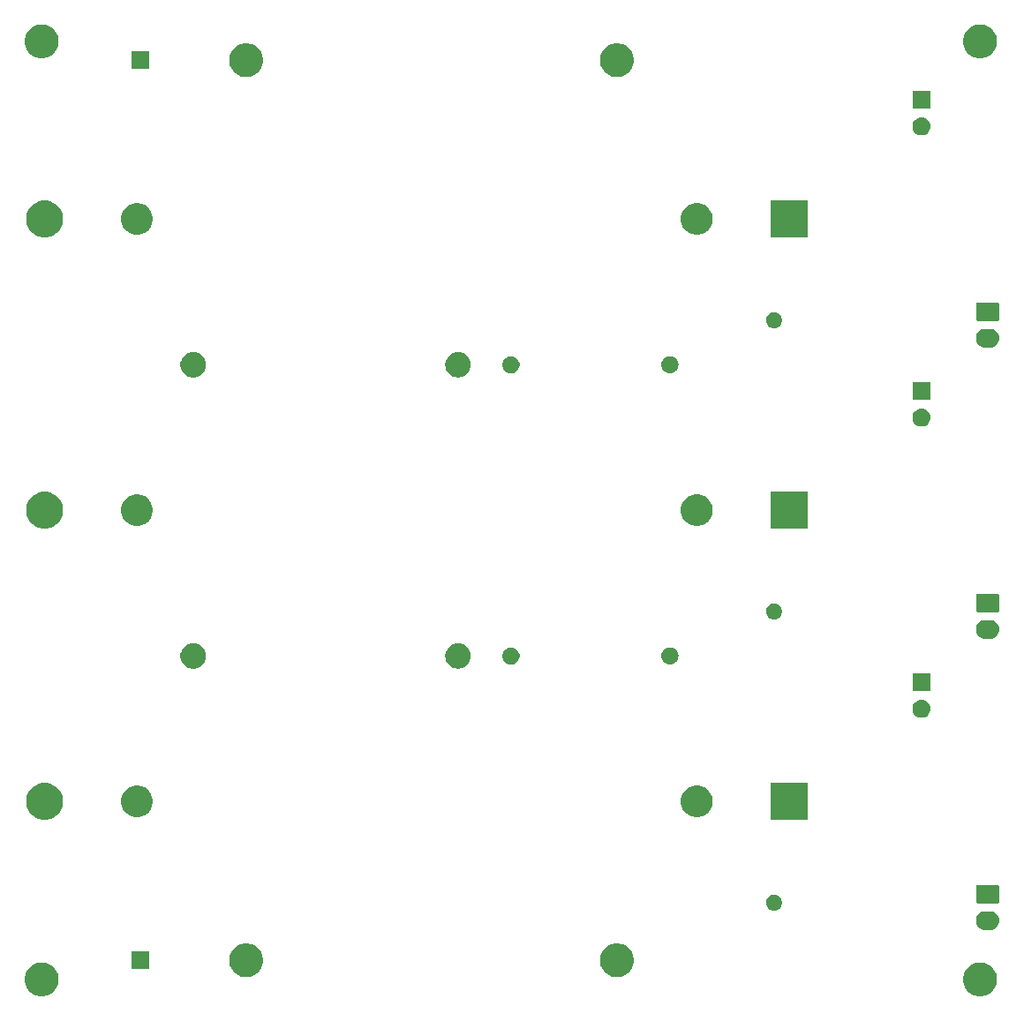
<source format=gbr>
G04 #@! TF.GenerationSoftware,KiCad,Pcbnew,5.1.4*
G04 #@! TF.CreationDate,2019-09-28T02:59:40+02:00*
G04 #@! TF.ProjectId,stratosensor-power,73747261-746f-4736-956e-736f722d706f,rev?*
G04 #@! TF.SameCoordinates,Original*
G04 #@! TF.FileFunction,Soldermask,Bot*
G04 #@! TF.FilePolarity,Negative*
%FSLAX46Y46*%
G04 Gerber Fmt 4.6, Leading zero omitted, Abs format (unit mm)*
G04 Created by KiCad (PCBNEW 5.1.4) date 2019-09-28 02:59:40*
%MOMM*%
%LPD*%
G04 APERTURE LIST*
%ADD10C,0.100000*%
G04 APERTURE END LIST*
D10*
G36*
X195472536Y-143442256D02*
G01*
X195472538Y-143442257D01*
X195472539Y-143442257D01*
X195581444Y-143487367D01*
X195767358Y-143564375D01*
X196032689Y-143741664D01*
X196258336Y-143967311D01*
X196435625Y-144232642D01*
X196557744Y-144527464D01*
X196620000Y-144840444D01*
X196620000Y-145159556D01*
X196557744Y-145472536D01*
X196435625Y-145767358D01*
X196258336Y-146032689D01*
X196032689Y-146258336D01*
X195767358Y-146435625D01*
X195581444Y-146512633D01*
X195472539Y-146557743D01*
X195472538Y-146557743D01*
X195472536Y-146557744D01*
X195159556Y-146620000D01*
X194840444Y-146620000D01*
X194527464Y-146557744D01*
X194527462Y-146557743D01*
X194527461Y-146557743D01*
X194418556Y-146512633D01*
X194232642Y-146435625D01*
X193967311Y-146258336D01*
X193741664Y-146032689D01*
X193564375Y-145767358D01*
X193442256Y-145472536D01*
X193380000Y-145159556D01*
X193380000Y-144840444D01*
X193442256Y-144527464D01*
X193564375Y-144232642D01*
X193741664Y-143967311D01*
X193967311Y-143741664D01*
X194232642Y-143564375D01*
X194418556Y-143487367D01*
X194527461Y-143442257D01*
X194527462Y-143442257D01*
X194527464Y-143442256D01*
X194840444Y-143380000D01*
X195159556Y-143380000D01*
X195472536Y-143442256D01*
X195472536Y-143442256D01*
G37*
G36*
X105472536Y-143442256D02*
G01*
X105472538Y-143442257D01*
X105472539Y-143442257D01*
X105581444Y-143487367D01*
X105767358Y-143564375D01*
X106032689Y-143741664D01*
X106258336Y-143967311D01*
X106435625Y-144232642D01*
X106557744Y-144527464D01*
X106620000Y-144840444D01*
X106620000Y-145159556D01*
X106557744Y-145472536D01*
X106435625Y-145767358D01*
X106258336Y-146032689D01*
X106032689Y-146258336D01*
X105767358Y-146435625D01*
X105581444Y-146512633D01*
X105472539Y-146557743D01*
X105472538Y-146557743D01*
X105472536Y-146557744D01*
X105159556Y-146620000D01*
X104840444Y-146620000D01*
X104527464Y-146557744D01*
X104527462Y-146557743D01*
X104527461Y-146557743D01*
X104418556Y-146512633D01*
X104232642Y-146435625D01*
X103967311Y-146258336D01*
X103741664Y-146032689D01*
X103564375Y-145767358D01*
X103442256Y-145472536D01*
X103380000Y-145159556D01*
X103380000Y-144840444D01*
X103442256Y-144527464D01*
X103564375Y-144232642D01*
X103741664Y-143967311D01*
X103967311Y-143741664D01*
X104232642Y-143564375D01*
X104418556Y-143487367D01*
X104527461Y-143442257D01*
X104527462Y-143442257D01*
X104527464Y-143442256D01*
X104840444Y-143380000D01*
X105159556Y-143380000D01*
X105472536Y-143442256D01*
X105472536Y-143442256D01*
G37*
G36*
X160632536Y-141622256D02*
G01*
X160632538Y-141622257D01*
X160632539Y-141622257D01*
X160741444Y-141667367D01*
X160927358Y-141744375D01*
X161192689Y-141921664D01*
X161418336Y-142147311D01*
X161595625Y-142412642D01*
X161717744Y-142707464D01*
X161780000Y-143020444D01*
X161780000Y-143339556D01*
X161717744Y-143652536D01*
X161595625Y-143947358D01*
X161418336Y-144212689D01*
X161192689Y-144438336D01*
X160927358Y-144615625D01*
X160741444Y-144692633D01*
X160632539Y-144737743D01*
X160632538Y-144737743D01*
X160632536Y-144737744D01*
X160319556Y-144800000D01*
X160000444Y-144800000D01*
X159687464Y-144737744D01*
X159687462Y-144737743D01*
X159687461Y-144737743D01*
X159578556Y-144692633D01*
X159392642Y-144615625D01*
X159127311Y-144438336D01*
X158901664Y-144212689D01*
X158724375Y-143947358D01*
X158602256Y-143652536D01*
X158540000Y-143339556D01*
X158540000Y-143020444D01*
X158602256Y-142707464D01*
X158724375Y-142412642D01*
X158901664Y-142147311D01*
X159127311Y-141921664D01*
X159392642Y-141744375D01*
X159578556Y-141667367D01*
X159687461Y-141622257D01*
X159687462Y-141622257D01*
X159687464Y-141622256D01*
X160000444Y-141560000D01*
X160319556Y-141560000D01*
X160632536Y-141622256D01*
X160632536Y-141622256D01*
G37*
G36*
X125072536Y-141622256D02*
G01*
X125072538Y-141622257D01*
X125072539Y-141622257D01*
X125181444Y-141667367D01*
X125367358Y-141744375D01*
X125632689Y-141921664D01*
X125858336Y-142147311D01*
X126035625Y-142412642D01*
X126157744Y-142707464D01*
X126220000Y-143020444D01*
X126220000Y-143339556D01*
X126157744Y-143652536D01*
X126035625Y-143947358D01*
X125858336Y-144212689D01*
X125632689Y-144438336D01*
X125367358Y-144615625D01*
X125181444Y-144692633D01*
X125072539Y-144737743D01*
X125072538Y-144737743D01*
X125072536Y-144737744D01*
X124759556Y-144800000D01*
X124440444Y-144800000D01*
X124127464Y-144737744D01*
X124127462Y-144737743D01*
X124127461Y-144737743D01*
X124018556Y-144692633D01*
X123832642Y-144615625D01*
X123567311Y-144438336D01*
X123341664Y-144212689D01*
X123164375Y-143947358D01*
X123042256Y-143652536D01*
X122980000Y-143339556D01*
X122980000Y-143020444D01*
X123042256Y-142707464D01*
X123164375Y-142412642D01*
X123341664Y-142147311D01*
X123567311Y-141921664D01*
X123832642Y-141744375D01*
X124018556Y-141667367D01*
X124127461Y-141622257D01*
X124127462Y-141622257D01*
X124127464Y-141622256D01*
X124440444Y-141560000D01*
X124759556Y-141560000D01*
X125072536Y-141622256D01*
X125072536Y-141622256D01*
G37*
G36*
X115310000Y-144050000D02*
G01*
X113570000Y-144050000D01*
X113570000Y-142310000D01*
X115310000Y-142310000D01*
X115310000Y-144050000D01*
X115310000Y-144050000D01*
G37*
G36*
X196124469Y-138492877D02*
G01*
X196292237Y-138543769D01*
X196446849Y-138626411D01*
X196582370Y-138737630D01*
X196693589Y-138873151D01*
X196776231Y-139027763D01*
X196827123Y-139195531D01*
X196844307Y-139370000D01*
X196827123Y-139544469D01*
X196776231Y-139712237D01*
X196693589Y-139866849D01*
X196582370Y-140002370D01*
X196446849Y-140113589D01*
X196292237Y-140196231D01*
X196124469Y-140247123D01*
X195993725Y-140260000D01*
X195446275Y-140260000D01*
X195315531Y-140247123D01*
X195147763Y-140196231D01*
X194993151Y-140113589D01*
X194857630Y-140002370D01*
X194746411Y-139866849D01*
X194663769Y-139712237D01*
X194612877Y-139544469D01*
X194595693Y-139370000D01*
X194612877Y-139195531D01*
X194663769Y-139027763D01*
X194746411Y-138873151D01*
X194857630Y-138737630D01*
X194993151Y-138626411D01*
X195147763Y-138543769D01*
X195315531Y-138492877D01*
X195446275Y-138480000D01*
X195993725Y-138480000D01*
X196124469Y-138492877D01*
X196124469Y-138492877D01*
G37*
G36*
X175444601Y-136899590D02*
G01*
X175444604Y-136899591D01*
X175444603Y-136899591D01*
X175584731Y-136957634D01*
X175710847Y-137041902D01*
X175818098Y-137149153D01*
X175902366Y-137275269D01*
X175947260Y-137383654D01*
X175960410Y-137415399D01*
X175990000Y-137564162D01*
X175990000Y-137715838D01*
X175960410Y-137864601D01*
X175960409Y-137864603D01*
X175902366Y-138004731D01*
X175818098Y-138130847D01*
X175710847Y-138238098D01*
X175584731Y-138322366D01*
X175476346Y-138367260D01*
X175444601Y-138380410D01*
X175295838Y-138410000D01*
X175144162Y-138410000D01*
X174995399Y-138380410D01*
X174963654Y-138367260D01*
X174855269Y-138322366D01*
X174729153Y-138238098D01*
X174621902Y-138130847D01*
X174537634Y-138004731D01*
X174479591Y-137864603D01*
X174479590Y-137864601D01*
X174450000Y-137715838D01*
X174450000Y-137564162D01*
X174479590Y-137415399D01*
X174492740Y-137383654D01*
X174537634Y-137275269D01*
X174621902Y-137149153D01*
X174729153Y-137041902D01*
X174855269Y-136957634D01*
X174995397Y-136899591D01*
X174995396Y-136899591D01*
X174995399Y-136899590D01*
X175144162Y-136870000D01*
X175295838Y-136870000D01*
X175444601Y-136899590D01*
X175444601Y-136899590D01*
G37*
G36*
X196691415Y-135944020D02*
G01*
X196725933Y-135954491D01*
X196757740Y-135971492D01*
X196785624Y-135994376D01*
X196808508Y-136022260D01*
X196825509Y-136054067D01*
X196835980Y-136088585D01*
X196840000Y-136129400D01*
X196840000Y-137530600D01*
X196835980Y-137571415D01*
X196825509Y-137605933D01*
X196808508Y-137637740D01*
X196785624Y-137665624D01*
X196757740Y-137688508D01*
X196725933Y-137705509D01*
X196691415Y-137715980D01*
X196650600Y-137720000D01*
X194789400Y-137720000D01*
X194748585Y-137715980D01*
X194714067Y-137705509D01*
X194682260Y-137688508D01*
X194654376Y-137665624D01*
X194631492Y-137637740D01*
X194614491Y-137605933D01*
X194604020Y-137571415D01*
X194600000Y-137530600D01*
X194600000Y-136129400D01*
X194604020Y-136088585D01*
X194614491Y-136054067D01*
X194631492Y-136022260D01*
X194654376Y-135994376D01*
X194682260Y-135971492D01*
X194714067Y-135954491D01*
X194748585Y-135944020D01*
X194789400Y-135940000D01*
X196650600Y-135940000D01*
X196691415Y-135944020D01*
X196691415Y-135944020D01*
G37*
G36*
X105786290Y-126238020D02*
G01*
X105786292Y-126238021D01*
X105786293Y-126238021D01*
X106108409Y-126371446D01*
X106398310Y-126565152D01*
X106644848Y-126811690D01*
X106838554Y-127101591D01*
X106971979Y-127423707D01*
X106971980Y-127423710D01*
X107040000Y-127765670D01*
X107040000Y-128114330D01*
X106986485Y-128383370D01*
X106971979Y-128456293D01*
X106838554Y-128778409D01*
X106644848Y-129068310D01*
X106398310Y-129314848D01*
X106108409Y-129508554D01*
X105786293Y-129641979D01*
X105786292Y-129641979D01*
X105786290Y-129641980D01*
X105444330Y-129710000D01*
X105095670Y-129710000D01*
X104753710Y-129641980D01*
X104753708Y-129641979D01*
X104753707Y-129641979D01*
X104431591Y-129508554D01*
X104141690Y-129314848D01*
X103895152Y-129068310D01*
X103701446Y-128778409D01*
X103568021Y-128456293D01*
X103553516Y-128383370D01*
X103500000Y-128114330D01*
X103500000Y-127765670D01*
X103568020Y-127423710D01*
X103568021Y-127423707D01*
X103701446Y-127101591D01*
X103895152Y-126811690D01*
X104141690Y-126565152D01*
X104431591Y-126371446D01*
X104753707Y-126238021D01*
X104753708Y-126238021D01*
X104753710Y-126238020D01*
X105095670Y-126170000D01*
X105444330Y-126170000D01*
X105786290Y-126238020D01*
X105786290Y-126238020D01*
G37*
G36*
X178440000Y-129710000D02*
G01*
X174900000Y-129710000D01*
X174900000Y-126170000D01*
X178440000Y-126170000D01*
X178440000Y-129710000D01*
X178440000Y-129710000D01*
G37*
G36*
X114563368Y-126478412D02*
G01*
X114839990Y-126592993D01*
X115088944Y-126759339D01*
X115300661Y-126971056D01*
X115467007Y-127220010D01*
X115581588Y-127496632D01*
X115640000Y-127790293D01*
X115640000Y-128089707D01*
X115581588Y-128383368D01*
X115467007Y-128659990D01*
X115300661Y-128908944D01*
X115088944Y-129120661D01*
X114839990Y-129287007D01*
X114563368Y-129401588D01*
X114269707Y-129460000D01*
X113970293Y-129460000D01*
X113676632Y-129401588D01*
X113400010Y-129287007D01*
X113151056Y-129120661D01*
X112939339Y-128908944D01*
X112772993Y-128659990D01*
X112658412Y-128383368D01*
X112600000Y-128089707D01*
X112600000Y-127790293D01*
X112658412Y-127496632D01*
X112772993Y-127220010D01*
X112939339Y-126971056D01*
X113151056Y-126759339D01*
X113400010Y-126592993D01*
X113676632Y-126478412D01*
X113970293Y-126420000D01*
X114269707Y-126420000D01*
X114563368Y-126478412D01*
X114563368Y-126478412D01*
G37*
G36*
X168263368Y-126478412D02*
G01*
X168539990Y-126592993D01*
X168788944Y-126759339D01*
X169000661Y-126971056D01*
X169167007Y-127220010D01*
X169281588Y-127496632D01*
X169340000Y-127790293D01*
X169340000Y-128089707D01*
X169281588Y-128383368D01*
X169167007Y-128659990D01*
X169000661Y-128908944D01*
X168788944Y-129120661D01*
X168539990Y-129287007D01*
X168263368Y-129401588D01*
X167969707Y-129460000D01*
X167670293Y-129460000D01*
X167376632Y-129401588D01*
X167100010Y-129287007D01*
X166851056Y-129120661D01*
X166639339Y-128908944D01*
X166472993Y-128659990D01*
X166358412Y-128383368D01*
X166300000Y-128089707D01*
X166300000Y-127790293D01*
X166358412Y-127496632D01*
X166472993Y-127220010D01*
X166639339Y-126971056D01*
X166851056Y-126759339D01*
X167100010Y-126592993D01*
X167376632Y-126478412D01*
X167670293Y-126420000D01*
X167969707Y-126420000D01*
X168263368Y-126478412D01*
X168263368Y-126478412D01*
G37*
G36*
X189540548Y-118192587D02*
G01*
X189704546Y-118242336D01*
X189855683Y-118323120D01*
X189988159Y-118431841D01*
X190096880Y-118564317D01*
X190177664Y-118715454D01*
X190227413Y-118879452D01*
X190244210Y-119050000D01*
X190227413Y-119220548D01*
X190177664Y-119384546D01*
X190096880Y-119535683D01*
X189988159Y-119668159D01*
X189855683Y-119776880D01*
X189704546Y-119857664D01*
X189540548Y-119907413D01*
X189412743Y-119920000D01*
X189327257Y-119920000D01*
X189199452Y-119907413D01*
X189035454Y-119857664D01*
X188884317Y-119776880D01*
X188751841Y-119668159D01*
X188643120Y-119535683D01*
X188562336Y-119384546D01*
X188512587Y-119220548D01*
X188495790Y-119050000D01*
X188512587Y-118879452D01*
X188562336Y-118715454D01*
X188643120Y-118564317D01*
X188751841Y-118431841D01*
X188884317Y-118323120D01*
X189035454Y-118242336D01*
X189199452Y-118192587D01*
X189327257Y-118180000D01*
X189412743Y-118180000D01*
X189540548Y-118192587D01*
X189540548Y-118192587D01*
G37*
G36*
X190240000Y-117380000D02*
G01*
X188500000Y-117380000D01*
X188500000Y-115640000D01*
X190240000Y-115640000D01*
X190240000Y-117380000D01*
X190240000Y-117380000D01*
G37*
G36*
X145159162Y-112767652D02*
G01*
X145389133Y-112837413D01*
X145485364Y-112888850D01*
X145601074Y-112950698D01*
X145786844Y-113103156D01*
X145939302Y-113288926D01*
X145962894Y-113333064D01*
X146052587Y-113500867D01*
X146122348Y-113730838D01*
X146145903Y-113970000D01*
X146122348Y-114209162D01*
X146052587Y-114439133D01*
X146052586Y-114439134D01*
X145939302Y-114651074D01*
X145786844Y-114836844D01*
X145601074Y-114989302D01*
X145495104Y-115045944D01*
X145389133Y-115102587D01*
X145159162Y-115172348D01*
X144979935Y-115190000D01*
X144860065Y-115190000D01*
X144680838Y-115172348D01*
X144450867Y-115102587D01*
X144344896Y-115045944D01*
X144238926Y-114989302D01*
X144053156Y-114836844D01*
X143900698Y-114651074D01*
X143787414Y-114439134D01*
X143787413Y-114439133D01*
X143717652Y-114209162D01*
X143694097Y-113970000D01*
X143717652Y-113730838D01*
X143787413Y-113500867D01*
X143877106Y-113333064D01*
X143900698Y-113288926D01*
X144053156Y-113103156D01*
X144238926Y-112950698D01*
X144354636Y-112888850D01*
X144450867Y-112837413D01*
X144680838Y-112767652D01*
X144860065Y-112750000D01*
X144979935Y-112750000D01*
X145159162Y-112767652D01*
X145159162Y-112767652D01*
G37*
G36*
X119875861Y-112796884D02*
G01*
X119875863Y-112796885D01*
X119875864Y-112796885D01*
X119957878Y-112830857D01*
X120097887Y-112888850D01*
X120297705Y-113022364D01*
X120467636Y-113192295D01*
X120601150Y-113392113D01*
X120646197Y-113500866D01*
X120679631Y-113581582D01*
X120693116Y-113614139D01*
X120740000Y-113849840D01*
X120740000Y-114090160D01*
X120716324Y-114209185D01*
X120693115Y-114325864D01*
X120659143Y-114407878D01*
X120601150Y-114547887D01*
X120467636Y-114747705D01*
X120297705Y-114917636D01*
X120097887Y-115051150D01*
X119973709Y-115102586D01*
X119875864Y-115143115D01*
X119875863Y-115143115D01*
X119875861Y-115143116D01*
X119640160Y-115190000D01*
X119399840Y-115190000D01*
X119164139Y-115143116D01*
X119164137Y-115143115D01*
X119164136Y-115143115D01*
X119066291Y-115102586D01*
X118942113Y-115051150D01*
X118742295Y-114917636D01*
X118572364Y-114747705D01*
X118438850Y-114547887D01*
X118380857Y-114407878D01*
X118346885Y-114325864D01*
X118323676Y-114209185D01*
X118300000Y-114090160D01*
X118300000Y-113849840D01*
X118346884Y-113614139D01*
X118360370Y-113581582D01*
X118393803Y-113500866D01*
X118438850Y-113392113D01*
X118572364Y-113192295D01*
X118742295Y-113022364D01*
X118942113Y-112888850D01*
X119082122Y-112830857D01*
X119164136Y-112796885D01*
X119164137Y-112796885D01*
X119164139Y-112796884D01*
X119399840Y-112750000D01*
X119640160Y-112750000D01*
X119875861Y-112796884D01*
X119875861Y-112796884D01*
G37*
G36*
X150140413Y-113161865D02*
G01*
X150239185Y-113181512D01*
X150388416Y-113243325D01*
X150522720Y-113333064D01*
X150636936Y-113447280D01*
X150726675Y-113581584D01*
X150788488Y-113730815D01*
X150788493Y-113730840D01*
X150820000Y-113889235D01*
X150820000Y-114050765D01*
X150804244Y-114129974D01*
X150788488Y-114209185D01*
X150726675Y-114358416D01*
X150636936Y-114492720D01*
X150522720Y-114606936D01*
X150388416Y-114696675D01*
X150239185Y-114758488D01*
X150159974Y-114774244D01*
X150080765Y-114790000D01*
X149919235Y-114790000D01*
X149840026Y-114774244D01*
X149760815Y-114758488D01*
X149611584Y-114696675D01*
X149477280Y-114606936D01*
X149363064Y-114492720D01*
X149273325Y-114358416D01*
X149211512Y-114209185D01*
X149195756Y-114129974D01*
X149180000Y-114050765D01*
X149180000Y-113889235D01*
X149211507Y-113730840D01*
X149211512Y-113730815D01*
X149273325Y-113581584D01*
X149363064Y-113447280D01*
X149477280Y-113333064D01*
X149611584Y-113243325D01*
X149760815Y-113181512D01*
X149859587Y-113161865D01*
X149919235Y-113150000D01*
X150080765Y-113150000D01*
X150140413Y-113161865D01*
X150140413Y-113161865D01*
G37*
G36*
X165370631Y-113158899D02*
G01*
X165400748Y-113161865D01*
X165501061Y-113192295D01*
X165555320Y-113208754D01*
X165619997Y-113243325D01*
X165697772Y-113284896D01*
X165822633Y-113387367D01*
X165925104Y-113512228D01*
X165962174Y-113581582D01*
X166001246Y-113654680D01*
X166001246Y-113654681D01*
X166048135Y-113809252D01*
X166048135Y-113809254D01*
X166063968Y-113970000D01*
X166050741Y-114104293D01*
X166048135Y-114130748D01*
X166024349Y-114209160D01*
X166001246Y-114285320D01*
X165963175Y-114356545D01*
X165925104Y-114427772D01*
X165822633Y-114552633D01*
X165697772Y-114655104D01*
X165626545Y-114693175D01*
X165555320Y-114731246D01*
X165503795Y-114746876D01*
X165400748Y-114778135D01*
X165370631Y-114781101D01*
X165280284Y-114790000D01*
X165199716Y-114790000D01*
X165109369Y-114781101D01*
X165079252Y-114778135D01*
X164976205Y-114746876D01*
X164924680Y-114731246D01*
X164782228Y-114655104D01*
X164657367Y-114552633D01*
X164554896Y-114427772D01*
X164478754Y-114285320D01*
X164455651Y-114209160D01*
X164431865Y-114130748D01*
X164429259Y-114104293D01*
X164416032Y-113970000D01*
X164431865Y-113809254D01*
X164431865Y-113809252D01*
X164478754Y-113654681D01*
X164478754Y-113654680D01*
X164517826Y-113581582D01*
X164554896Y-113512228D01*
X164657367Y-113387367D01*
X164782228Y-113284896D01*
X164860003Y-113243325D01*
X164924680Y-113208754D01*
X164978939Y-113192295D01*
X165079252Y-113161865D01*
X165109369Y-113158899D01*
X165199716Y-113150000D01*
X165280284Y-113150000D01*
X165370631Y-113158899D01*
X165370631Y-113158899D01*
G37*
G36*
X196124469Y-110552877D02*
G01*
X196292237Y-110603769D01*
X196446849Y-110686411D01*
X196582370Y-110797630D01*
X196693589Y-110933151D01*
X196776231Y-111087763D01*
X196827123Y-111255531D01*
X196844307Y-111430000D01*
X196827123Y-111604469D01*
X196776231Y-111772237D01*
X196693589Y-111926849D01*
X196582370Y-112062370D01*
X196446849Y-112173589D01*
X196292237Y-112256231D01*
X196124469Y-112307123D01*
X195993725Y-112320000D01*
X195446275Y-112320000D01*
X195315531Y-112307123D01*
X195147763Y-112256231D01*
X194993151Y-112173589D01*
X194857630Y-112062370D01*
X194746411Y-111926849D01*
X194663769Y-111772237D01*
X194612877Y-111604469D01*
X194595693Y-111430000D01*
X194612877Y-111255531D01*
X194663769Y-111087763D01*
X194746411Y-110933151D01*
X194857630Y-110797630D01*
X194993151Y-110686411D01*
X195147763Y-110603769D01*
X195315531Y-110552877D01*
X195446275Y-110540000D01*
X195993725Y-110540000D01*
X196124469Y-110552877D01*
X196124469Y-110552877D01*
G37*
G36*
X175444601Y-108959590D02*
G01*
X175444604Y-108959591D01*
X175444603Y-108959591D01*
X175584731Y-109017634D01*
X175710847Y-109101902D01*
X175818098Y-109209153D01*
X175902366Y-109335269D01*
X175947260Y-109443654D01*
X175960410Y-109475399D01*
X175990000Y-109624162D01*
X175990000Y-109775838D01*
X175960410Y-109924601D01*
X175960409Y-109924603D01*
X175902366Y-110064731D01*
X175818098Y-110190847D01*
X175710847Y-110298098D01*
X175584731Y-110382366D01*
X175476346Y-110427260D01*
X175444601Y-110440410D01*
X175295838Y-110470000D01*
X175144162Y-110470000D01*
X174995399Y-110440410D01*
X174963654Y-110427260D01*
X174855269Y-110382366D01*
X174729153Y-110298098D01*
X174621902Y-110190847D01*
X174537634Y-110064731D01*
X174479591Y-109924603D01*
X174479590Y-109924601D01*
X174450000Y-109775838D01*
X174450000Y-109624162D01*
X174479590Y-109475399D01*
X174492740Y-109443654D01*
X174537634Y-109335269D01*
X174621902Y-109209153D01*
X174729153Y-109101902D01*
X174855269Y-109017634D01*
X174995397Y-108959591D01*
X174995396Y-108959591D01*
X174995399Y-108959590D01*
X175144162Y-108930000D01*
X175295838Y-108930000D01*
X175444601Y-108959590D01*
X175444601Y-108959590D01*
G37*
G36*
X196691415Y-108004020D02*
G01*
X196725933Y-108014491D01*
X196757740Y-108031492D01*
X196785624Y-108054376D01*
X196808508Y-108082260D01*
X196825509Y-108114067D01*
X196835980Y-108148585D01*
X196840000Y-108189400D01*
X196840000Y-109590600D01*
X196835980Y-109631415D01*
X196825509Y-109665933D01*
X196808508Y-109697740D01*
X196785624Y-109725624D01*
X196757740Y-109748508D01*
X196725933Y-109765509D01*
X196691415Y-109775980D01*
X196650600Y-109780000D01*
X194789400Y-109780000D01*
X194748585Y-109775980D01*
X194714067Y-109765509D01*
X194682260Y-109748508D01*
X194654376Y-109725624D01*
X194631492Y-109697740D01*
X194614491Y-109665933D01*
X194604020Y-109631415D01*
X194600000Y-109590600D01*
X194600000Y-108189400D01*
X194604020Y-108148585D01*
X194614491Y-108114067D01*
X194631492Y-108082260D01*
X194654376Y-108054376D01*
X194682260Y-108031492D01*
X194714067Y-108014491D01*
X194748585Y-108004020D01*
X194789400Y-108000000D01*
X196650600Y-108000000D01*
X196691415Y-108004020D01*
X196691415Y-108004020D01*
G37*
G36*
X178440000Y-101770000D02*
G01*
X174900000Y-101770000D01*
X174900000Y-98230000D01*
X178440000Y-98230000D01*
X178440000Y-101770000D01*
X178440000Y-101770000D01*
G37*
G36*
X105786290Y-98298020D02*
G01*
X105786292Y-98298021D01*
X105786293Y-98298021D01*
X106108409Y-98431446D01*
X106398310Y-98625152D01*
X106644848Y-98871690D01*
X106838554Y-99161591D01*
X106971979Y-99483707D01*
X106971980Y-99483710D01*
X107040000Y-99825670D01*
X107040000Y-100174330D01*
X106986485Y-100443370D01*
X106971979Y-100516293D01*
X106838554Y-100838409D01*
X106644848Y-101128310D01*
X106398310Y-101374848D01*
X106108409Y-101568554D01*
X105786293Y-101701979D01*
X105786292Y-101701979D01*
X105786290Y-101701980D01*
X105444330Y-101770000D01*
X105095670Y-101770000D01*
X104753710Y-101701980D01*
X104753708Y-101701979D01*
X104753707Y-101701979D01*
X104431591Y-101568554D01*
X104141690Y-101374848D01*
X103895152Y-101128310D01*
X103701446Y-100838409D01*
X103568021Y-100516293D01*
X103553516Y-100443370D01*
X103500000Y-100174330D01*
X103500000Y-99825670D01*
X103568020Y-99483710D01*
X103568021Y-99483707D01*
X103701446Y-99161591D01*
X103895152Y-98871690D01*
X104141690Y-98625152D01*
X104431591Y-98431446D01*
X104753707Y-98298021D01*
X104753708Y-98298021D01*
X104753710Y-98298020D01*
X105095670Y-98230000D01*
X105444330Y-98230000D01*
X105786290Y-98298020D01*
X105786290Y-98298020D01*
G37*
G36*
X168263368Y-98538412D02*
G01*
X168539990Y-98652993D01*
X168788944Y-98819339D01*
X169000661Y-99031056D01*
X169167007Y-99280010D01*
X169281588Y-99556632D01*
X169340000Y-99850293D01*
X169340000Y-100149707D01*
X169281588Y-100443368D01*
X169167007Y-100719990D01*
X169000661Y-100968944D01*
X168788944Y-101180661D01*
X168539990Y-101347007D01*
X168263368Y-101461588D01*
X167969707Y-101520000D01*
X167670293Y-101520000D01*
X167376632Y-101461588D01*
X167100010Y-101347007D01*
X166851056Y-101180661D01*
X166639339Y-100968944D01*
X166472993Y-100719990D01*
X166358412Y-100443368D01*
X166300000Y-100149707D01*
X166300000Y-99850293D01*
X166358412Y-99556632D01*
X166472993Y-99280010D01*
X166639339Y-99031056D01*
X166851056Y-98819339D01*
X167100010Y-98652993D01*
X167376632Y-98538412D01*
X167670293Y-98480000D01*
X167969707Y-98480000D01*
X168263368Y-98538412D01*
X168263368Y-98538412D01*
G37*
G36*
X114563368Y-98538412D02*
G01*
X114839990Y-98652993D01*
X115088944Y-98819339D01*
X115300661Y-99031056D01*
X115467007Y-99280010D01*
X115581588Y-99556632D01*
X115640000Y-99850293D01*
X115640000Y-100149707D01*
X115581588Y-100443368D01*
X115467007Y-100719990D01*
X115300661Y-100968944D01*
X115088944Y-101180661D01*
X114839990Y-101347007D01*
X114563368Y-101461588D01*
X114269707Y-101520000D01*
X113970293Y-101520000D01*
X113676632Y-101461588D01*
X113400010Y-101347007D01*
X113151056Y-101180661D01*
X112939339Y-100968944D01*
X112772993Y-100719990D01*
X112658412Y-100443368D01*
X112600000Y-100149707D01*
X112600000Y-99850293D01*
X112658412Y-99556632D01*
X112772993Y-99280010D01*
X112939339Y-99031056D01*
X113151056Y-98819339D01*
X113400010Y-98652993D01*
X113676632Y-98538412D01*
X113970293Y-98480000D01*
X114269707Y-98480000D01*
X114563368Y-98538412D01*
X114563368Y-98538412D01*
G37*
G36*
X189540548Y-90252587D02*
G01*
X189704546Y-90302336D01*
X189855683Y-90383120D01*
X189988159Y-90491841D01*
X190096880Y-90624317D01*
X190177664Y-90775454D01*
X190227413Y-90939452D01*
X190244210Y-91110000D01*
X190227413Y-91280548D01*
X190177664Y-91444546D01*
X190096880Y-91595683D01*
X189988159Y-91728159D01*
X189855683Y-91836880D01*
X189704546Y-91917664D01*
X189540548Y-91967413D01*
X189412743Y-91980000D01*
X189327257Y-91980000D01*
X189199452Y-91967413D01*
X189035454Y-91917664D01*
X188884317Y-91836880D01*
X188751841Y-91728159D01*
X188643120Y-91595683D01*
X188562336Y-91444546D01*
X188512587Y-91280548D01*
X188495790Y-91110000D01*
X188512587Y-90939452D01*
X188562336Y-90775454D01*
X188643120Y-90624317D01*
X188751841Y-90491841D01*
X188884317Y-90383120D01*
X189035454Y-90302336D01*
X189199452Y-90252587D01*
X189327257Y-90240000D01*
X189412743Y-90240000D01*
X189540548Y-90252587D01*
X189540548Y-90252587D01*
G37*
G36*
X190240000Y-89440000D02*
G01*
X188500000Y-89440000D01*
X188500000Y-87700000D01*
X190240000Y-87700000D01*
X190240000Y-89440000D01*
X190240000Y-89440000D01*
G37*
G36*
X119875861Y-84856884D02*
G01*
X119875863Y-84856885D01*
X119875864Y-84856885D01*
X119957878Y-84890857D01*
X120097887Y-84948850D01*
X120297705Y-85082364D01*
X120467636Y-85252295D01*
X120601150Y-85452113D01*
X120646197Y-85560866D01*
X120679631Y-85641582D01*
X120693116Y-85674139D01*
X120740000Y-85909840D01*
X120740000Y-86150160D01*
X120716324Y-86269185D01*
X120693115Y-86385864D01*
X120659143Y-86467878D01*
X120601150Y-86607887D01*
X120467636Y-86807705D01*
X120297705Y-86977636D01*
X120097887Y-87111150D01*
X119973709Y-87162586D01*
X119875864Y-87203115D01*
X119875863Y-87203115D01*
X119875861Y-87203116D01*
X119640160Y-87250000D01*
X119399840Y-87250000D01*
X119164139Y-87203116D01*
X119164137Y-87203115D01*
X119164136Y-87203115D01*
X119066291Y-87162586D01*
X118942113Y-87111150D01*
X118742295Y-86977636D01*
X118572364Y-86807705D01*
X118438850Y-86607887D01*
X118380857Y-86467878D01*
X118346885Y-86385864D01*
X118323676Y-86269185D01*
X118300000Y-86150160D01*
X118300000Y-85909840D01*
X118346884Y-85674139D01*
X118360370Y-85641582D01*
X118393803Y-85560866D01*
X118438850Y-85452113D01*
X118572364Y-85252295D01*
X118742295Y-85082364D01*
X118942113Y-84948850D01*
X119082122Y-84890857D01*
X119164136Y-84856885D01*
X119164137Y-84856885D01*
X119164139Y-84856884D01*
X119399840Y-84810000D01*
X119640160Y-84810000D01*
X119875861Y-84856884D01*
X119875861Y-84856884D01*
G37*
G36*
X145159162Y-84827652D02*
G01*
X145389133Y-84897413D01*
X145485364Y-84948850D01*
X145601074Y-85010698D01*
X145786844Y-85163156D01*
X145939302Y-85348926D01*
X145962894Y-85393064D01*
X146052587Y-85560867D01*
X146122348Y-85790838D01*
X146145903Y-86030000D01*
X146122348Y-86269162D01*
X146052587Y-86499133D01*
X146052586Y-86499134D01*
X145939302Y-86711074D01*
X145786844Y-86896844D01*
X145601074Y-87049302D01*
X145495104Y-87105944D01*
X145389133Y-87162587D01*
X145159162Y-87232348D01*
X144979935Y-87250000D01*
X144860065Y-87250000D01*
X144680838Y-87232348D01*
X144450867Y-87162587D01*
X144344896Y-87105944D01*
X144238926Y-87049302D01*
X144053156Y-86896844D01*
X143900698Y-86711074D01*
X143787414Y-86499134D01*
X143787413Y-86499133D01*
X143717652Y-86269162D01*
X143694097Y-86030000D01*
X143717652Y-85790838D01*
X143787413Y-85560867D01*
X143877106Y-85393064D01*
X143900698Y-85348926D01*
X144053156Y-85163156D01*
X144238926Y-85010698D01*
X144354636Y-84948850D01*
X144450867Y-84897413D01*
X144680838Y-84827652D01*
X144860065Y-84810000D01*
X144979935Y-84810000D01*
X145159162Y-84827652D01*
X145159162Y-84827652D01*
G37*
G36*
X165370631Y-85218899D02*
G01*
X165400748Y-85221865D01*
X165501061Y-85252295D01*
X165555320Y-85268754D01*
X165619997Y-85303325D01*
X165697772Y-85344896D01*
X165822633Y-85447367D01*
X165925104Y-85572228D01*
X165962174Y-85641582D01*
X166001246Y-85714680D01*
X166001246Y-85714681D01*
X166048135Y-85869252D01*
X166048135Y-85869254D01*
X166063968Y-86030000D01*
X166050741Y-86164293D01*
X166048135Y-86190748D01*
X166024349Y-86269160D01*
X166001246Y-86345320D01*
X165963175Y-86416545D01*
X165925104Y-86487772D01*
X165822633Y-86612633D01*
X165697772Y-86715104D01*
X165555320Y-86791246D01*
X165503795Y-86806876D01*
X165400748Y-86838135D01*
X165370631Y-86841101D01*
X165280284Y-86850000D01*
X165199716Y-86850000D01*
X165109369Y-86841101D01*
X165079252Y-86838135D01*
X164976205Y-86806876D01*
X164924680Y-86791246D01*
X164782228Y-86715104D01*
X164657367Y-86612633D01*
X164554896Y-86487772D01*
X164516825Y-86416545D01*
X164478754Y-86345320D01*
X164455651Y-86269160D01*
X164431865Y-86190748D01*
X164429259Y-86164293D01*
X164416032Y-86030000D01*
X164431865Y-85869254D01*
X164431865Y-85869252D01*
X164478754Y-85714681D01*
X164478754Y-85714680D01*
X164517826Y-85641582D01*
X164554896Y-85572228D01*
X164657367Y-85447367D01*
X164782228Y-85344896D01*
X164860003Y-85303325D01*
X164924680Y-85268754D01*
X164978939Y-85252295D01*
X165079252Y-85221865D01*
X165109369Y-85218899D01*
X165199716Y-85210000D01*
X165280284Y-85210000D01*
X165370631Y-85218899D01*
X165370631Y-85218899D01*
G37*
G36*
X150140413Y-85221865D02*
G01*
X150239185Y-85241512D01*
X150388416Y-85303325D01*
X150522720Y-85393064D01*
X150636936Y-85507280D01*
X150726675Y-85641584D01*
X150788488Y-85790815D01*
X150788493Y-85790840D01*
X150820000Y-85949235D01*
X150820000Y-86110765D01*
X150804244Y-86189974D01*
X150788488Y-86269185D01*
X150726675Y-86418416D01*
X150636936Y-86552720D01*
X150522720Y-86666936D01*
X150388416Y-86756675D01*
X150239185Y-86818488D01*
X150159974Y-86834244D01*
X150080765Y-86850000D01*
X149919235Y-86850000D01*
X149840026Y-86834244D01*
X149760815Y-86818488D01*
X149611584Y-86756675D01*
X149477280Y-86666936D01*
X149363064Y-86552720D01*
X149273325Y-86418416D01*
X149211512Y-86269185D01*
X149195756Y-86189974D01*
X149180000Y-86110765D01*
X149180000Y-85949235D01*
X149211507Y-85790840D01*
X149211512Y-85790815D01*
X149273325Y-85641584D01*
X149363064Y-85507280D01*
X149477280Y-85393064D01*
X149611584Y-85303325D01*
X149760815Y-85241512D01*
X149859587Y-85221865D01*
X149919235Y-85210000D01*
X150080765Y-85210000D01*
X150140413Y-85221865D01*
X150140413Y-85221865D01*
G37*
G36*
X196124469Y-82612877D02*
G01*
X196292237Y-82663769D01*
X196446849Y-82746411D01*
X196582370Y-82857630D01*
X196693589Y-82993151D01*
X196776231Y-83147763D01*
X196827123Y-83315531D01*
X196844307Y-83490000D01*
X196827123Y-83664469D01*
X196776231Y-83832237D01*
X196693589Y-83986849D01*
X196582370Y-84122370D01*
X196446849Y-84233589D01*
X196292237Y-84316231D01*
X196124469Y-84367123D01*
X195993725Y-84380000D01*
X195446275Y-84380000D01*
X195315531Y-84367123D01*
X195147763Y-84316231D01*
X194993151Y-84233589D01*
X194857630Y-84122370D01*
X194746411Y-83986849D01*
X194663769Y-83832237D01*
X194612877Y-83664469D01*
X194595693Y-83490000D01*
X194612877Y-83315531D01*
X194663769Y-83147763D01*
X194746411Y-82993151D01*
X194857630Y-82857630D01*
X194993151Y-82746411D01*
X195147763Y-82663769D01*
X195315531Y-82612877D01*
X195446275Y-82600000D01*
X195993725Y-82600000D01*
X196124469Y-82612877D01*
X196124469Y-82612877D01*
G37*
G36*
X175444601Y-81019590D02*
G01*
X175444604Y-81019591D01*
X175444603Y-81019591D01*
X175584731Y-81077634D01*
X175710847Y-81161902D01*
X175818098Y-81269153D01*
X175902366Y-81395269D01*
X175947260Y-81503654D01*
X175960410Y-81535399D01*
X175990000Y-81684162D01*
X175990000Y-81835838D01*
X175960410Y-81984601D01*
X175960409Y-81984603D01*
X175902366Y-82124731D01*
X175818098Y-82250847D01*
X175710847Y-82358098D01*
X175584731Y-82442366D01*
X175476346Y-82487260D01*
X175444601Y-82500410D01*
X175295838Y-82530000D01*
X175144162Y-82530000D01*
X174995399Y-82500410D01*
X174963654Y-82487260D01*
X174855269Y-82442366D01*
X174729153Y-82358098D01*
X174621902Y-82250847D01*
X174537634Y-82124731D01*
X174479591Y-81984603D01*
X174479590Y-81984601D01*
X174450000Y-81835838D01*
X174450000Y-81684162D01*
X174479590Y-81535399D01*
X174492740Y-81503654D01*
X174537634Y-81395269D01*
X174621902Y-81269153D01*
X174729153Y-81161902D01*
X174855269Y-81077634D01*
X174995397Y-81019591D01*
X174995396Y-81019591D01*
X174995399Y-81019590D01*
X175144162Y-80990000D01*
X175295838Y-80990000D01*
X175444601Y-81019590D01*
X175444601Y-81019590D01*
G37*
G36*
X196691415Y-80064020D02*
G01*
X196725933Y-80074491D01*
X196757740Y-80091492D01*
X196785624Y-80114376D01*
X196808508Y-80142260D01*
X196825509Y-80174067D01*
X196835980Y-80208585D01*
X196840000Y-80249400D01*
X196840000Y-81650600D01*
X196835980Y-81691415D01*
X196825509Y-81725933D01*
X196808508Y-81757740D01*
X196785624Y-81785624D01*
X196757740Y-81808508D01*
X196725933Y-81825509D01*
X196691415Y-81835980D01*
X196650600Y-81840000D01*
X194789400Y-81840000D01*
X194748585Y-81835980D01*
X194714067Y-81825509D01*
X194682260Y-81808508D01*
X194654376Y-81785624D01*
X194631492Y-81757740D01*
X194614491Y-81725933D01*
X194604020Y-81691415D01*
X194600000Y-81650600D01*
X194600000Y-80249400D01*
X194604020Y-80208585D01*
X194614491Y-80174067D01*
X194631492Y-80142260D01*
X194654376Y-80114376D01*
X194682260Y-80091492D01*
X194714067Y-80074491D01*
X194748585Y-80064020D01*
X194789400Y-80060000D01*
X196650600Y-80060000D01*
X196691415Y-80064020D01*
X196691415Y-80064020D01*
G37*
G36*
X178440000Y-73830000D02*
G01*
X174900000Y-73830000D01*
X174900000Y-70290000D01*
X178440000Y-70290000D01*
X178440000Y-73830000D01*
X178440000Y-73830000D01*
G37*
G36*
X105786290Y-70358020D02*
G01*
X105786292Y-70358021D01*
X105786293Y-70358021D01*
X106108409Y-70491446D01*
X106398310Y-70685152D01*
X106644848Y-70931690D01*
X106838554Y-71221591D01*
X106971979Y-71543707D01*
X106971980Y-71543710D01*
X107040000Y-71885670D01*
X107040000Y-72234330D01*
X106986485Y-72503370D01*
X106971979Y-72576293D01*
X106838554Y-72898409D01*
X106644848Y-73188310D01*
X106398310Y-73434848D01*
X106108409Y-73628554D01*
X105786293Y-73761979D01*
X105786292Y-73761979D01*
X105786290Y-73761980D01*
X105444330Y-73830000D01*
X105095670Y-73830000D01*
X104753710Y-73761980D01*
X104753708Y-73761979D01*
X104753707Y-73761979D01*
X104431591Y-73628554D01*
X104141690Y-73434848D01*
X103895152Y-73188310D01*
X103701446Y-72898409D01*
X103568021Y-72576293D01*
X103553516Y-72503370D01*
X103500000Y-72234330D01*
X103500000Y-71885670D01*
X103568020Y-71543710D01*
X103568021Y-71543707D01*
X103701446Y-71221591D01*
X103895152Y-70931690D01*
X104141690Y-70685152D01*
X104431591Y-70491446D01*
X104753707Y-70358021D01*
X104753708Y-70358021D01*
X104753710Y-70358020D01*
X105095670Y-70290000D01*
X105444330Y-70290000D01*
X105786290Y-70358020D01*
X105786290Y-70358020D01*
G37*
G36*
X168263368Y-70598412D02*
G01*
X168539990Y-70712993D01*
X168788944Y-70879339D01*
X169000661Y-71091056D01*
X169167007Y-71340010D01*
X169281588Y-71616632D01*
X169340000Y-71910293D01*
X169340000Y-72209707D01*
X169281588Y-72503368D01*
X169167007Y-72779990D01*
X169000661Y-73028944D01*
X168788944Y-73240661D01*
X168539990Y-73407007D01*
X168263368Y-73521588D01*
X167969707Y-73580000D01*
X167670293Y-73580000D01*
X167376632Y-73521588D01*
X167100010Y-73407007D01*
X166851056Y-73240661D01*
X166639339Y-73028944D01*
X166472993Y-72779990D01*
X166358412Y-72503368D01*
X166300000Y-72209707D01*
X166300000Y-71910293D01*
X166358412Y-71616632D01*
X166472993Y-71340010D01*
X166639339Y-71091056D01*
X166851056Y-70879339D01*
X167100010Y-70712993D01*
X167376632Y-70598412D01*
X167670293Y-70540000D01*
X167969707Y-70540000D01*
X168263368Y-70598412D01*
X168263368Y-70598412D01*
G37*
G36*
X114563368Y-70598412D02*
G01*
X114839990Y-70712993D01*
X115088944Y-70879339D01*
X115300661Y-71091056D01*
X115467007Y-71340010D01*
X115581588Y-71616632D01*
X115640000Y-71910293D01*
X115640000Y-72209707D01*
X115581588Y-72503368D01*
X115467007Y-72779990D01*
X115300661Y-73028944D01*
X115088944Y-73240661D01*
X114839990Y-73407007D01*
X114563368Y-73521588D01*
X114269707Y-73580000D01*
X113970293Y-73580000D01*
X113676632Y-73521588D01*
X113400010Y-73407007D01*
X113151056Y-73240661D01*
X112939339Y-73028944D01*
X112772993Y-72779990D01*
X112658412Y-72503368D01*
X112600000Y-72209707D01*
X112600000Y-71910293D01*
X112658412Y-71616632D01*
X112772993Y-71340010D01*
X112939339Y-71091056D01*
X113151056Y-70879339D01*
X113400010Y-70712993D01*
X113676632Y-70598412D01*
X113970293Y-70540000D01*
X114269707Y-70540000D01*
X114563368Y-70598412D01*
X114563368Y-70598412D01*
G37*
G36*
X189540548Y-62312587D02*
G01*
X189704546Y-62362336D01*
X189855683Y-62443120D01*
X189988159Y-62551841D01*
X190096880Y-62684317D01*
X190177664Y-62835454D01*
X190227413Y-62999452D01*
X190244210Y-63170000D01*
X190227413Y-63340548D01*
X190177664Y-63504546D01*
X190096880Y-63655683D01*
X189988159Y-63788159D01*
X189855683Y-63896880D01*
X189704546Y-63977664D01*
X189540548Y-64027413D01*
X189412743Y-64040000D01*
X189327257Y-64040000D01*
X189199452Y-64027413D01*
X189035454Y-63977664D01*
X188884317Y-63896880D01*
X188751841Y-63788159D01*
X188643120Y-63655683D01*
X188562336Y-63504546D01*
X188512587Y-63340548D01*
X188495790Y-63170000D01*
X188512587Y-62999452D01*
X188562336Y-62835454D01*
X188643120Y-62684317D01*
X188751841Y-62551841D01*
X188884317Y-62443120D01*
X189035454Y-62362336D01*
X189199452Y-62312587D01*
X189327257Y-62300000D01*
X189412743Y-62300000D01*
X189540548Y-62312587D01*
X189540548Y-62312587D01*
G37*
G36*
X190240000Y-61500000D02*
G01*
X188500000Y-61500000D01*
X188500000Y-59760000D01*
X190240000Y-59760000D01*
X190240000Y-61500000D01*
X190240000Y-61500000D01*
G37*
G36*
X160632536Y-55262256D02*
G01*
X160632538Y-55262257D01*
X160632539Y-55262257D01*
X160741444Y-55307367D01*
X160927358Y-55384375D01*
X161192689Y-55561664D01*
X161418336Y-55787311D01*
X161595625Y-56052642D01*
X161717744Y-56347464D01*
X161780000Y-56660444D01*
X161780000Y-56979556D01*
X161717744Y-57292536D01*
X161595625Y-57587358D01*
X161418336Y-57852689D01*
X161192689Y-58078336D01*
X160927358Y-58255625D01*
X160741444Y-58332633D01*
X160632539Y-58377743D01*
X160632538Y-58377743D01*
X160632536Y-58377744D01*
X160319556Y-58440000D01*
X160000444Y-58440000D01*
X159687464Y-58377744D01*
X159687462Y-58377743D01*
X159687461Y-58377743D01*
X159578556Y-58332633D01*
X159392642Y-58255625D01*
X159127311Y-58078336D01*
X158901664Y-57852689D01*
X158724375Y-57587358D01*
X158602256Y-57292536D01*
X158540000Y-56979556D01*
X158540000Y-56660444D01*
X158602256Y-56347464D01*
X158724375Y-56052642D01*
X158901664Y-55787311D01*
X159127311Y-55561664D01*
X159392642Y-55384375D01*
X159578556Y-55307367D01*
X159687461Y-55262257D01*
X159687462Y-55262257D01*
X159687464Y-55262256D01*
X160000444Y-55200000D01*
X160319556Y-55200000D01*
X160632536Y-55262256D01*
X160632536Y-55262256D01*
G37*
G36*
X125072536Y-55262256D02*
G01*
X125072538Y-55262257D01*
X125072539Y-55262257D01*
X125181444Y-55307367D01*
X125367358Y-55384375D01*
X125632689Y-55561664D01*
X125858336Y-55787311D01*
X126035625Y-56052642D01*
X126157744Y-56347464D01*
X126220000Y-56660444D01*
X126220000Y-56979556D01*
X126157744Y-57292536D01*
X126035625Y-57587358D01*
X125858336Y-57852689D01*
X125632689Y-58078336D01*
X125367358Y-58255625D01*
X125181444Y-58332633D01*
X125072539Y-58377743D01*
X125072538Y-58377743D01*
X125072536Y-58377744D01*
X124759556Y-58440000D01*
X124440444Y-58440000D01*
X124127464Y-58377744D01*
X124127462Y-58377743D01*
X124127461Y-58377743D01*
X124018556Y-58332633D01*
X123832642Y-58255625D01*
X123567311Y-58078336D01*
X123341664Y-57852689D01*
X123164375Y-57587358D01*
X123042256Y-57292536D01*
X122980000Y-56979556D01*
X122980000Y-56660444D01*
X123042256Y-56347464D01*
X123164375Y-56052642D01*
X123341664Y-55787311D01*
X123567311Y-55561664D01*
X123832642Y-55384375D01*
X124018556Y-55307367D01*
X124127461Y-55262257D01*
X124127462Y-55262257D01*
X124127464Y-55262256D01*
X124440444Y-55200000D01*
X124759556Y-55200000D01*
X125072536Y-55262256D01*
X125072536Y-55262256D01*
G37*
G36*
X115310000Y-57690000D02*
G01*
X113570000Y-57690000D01*
X113570000Y-55950000D01*
X115310000Y-55950000D01*
X115310000Y-57690000D01*
X115310000Y-57690000D01*
G37*
G36*
X195472536Y-53442256D02*
G01*
X195472538Y-53442257D01*
X195472539Y-53442257D01*
X195581444Y-53487367D01*
X195767358Y-53564375D01*
X196032689Y-53741664D01*
X196258336Y-53967311D01*
X196435625Y-54232642D01*
X196557744Y-54527464D01*
X196620000Y-54840444D01*
X196620000Y-55159556D01*
X196557744Y-55472536D01*
X196435625Y-55767358D01*
X196258336Y-56032689D01*
X196032689Y-56258336D01*
X195767358Y-56435625D01*
X195581444Y-56512633D01*
X195472539Y-56557743D01*
X195472538Y-56557743D01*
X195472536Y-56557744D01*
X195159556Y-56620000D01*
X194840444Y-56620000D01*
X194527464Y-56557744D01*
X194527462Y-56557743D01*
X194527461Y-56557743D01*
X194418556Y-56512633D01*
X194232642Y-56435625D01*
X193967311Y-56258336D01*
X193741664Y-56032689D01*
X193564375Y-55767358D01*
X193442256Y-55472536D01*
X193380000Y-55159556D01*
X193380000Y-54840444D01*
X193442256Y-54527464D01*
X193564375Y-54232642D01*
X193741664Y-53967311D01*
X193967311Y-53741664D01*
X194232642Y-53564375D01*
X194418556Y-53487367D01*
X194527461Y-53442257D01*
X194527462Y-53442257D01*
X194527464Y-53442256D01*
X194840444Y-53380000D01*
X195159556Y-53380000D01*
X195472536Y-53442256D01*
X195472536Y-53442256D01*
G37*
G36*
X105472536Y-53442256D02*
G01*
X105472538Y-53442257D01*
X105472539Y-53442257D01*
X105581444Y-53487367D01*
X105767358Y-53564375D01*
X106032689Y-53741664D01*
X106258336Y-53967311D01*
X106435625Y-54232642D01*
X106557744Y-54527464D01*
X106620000Y-54840444D01*
X106620000Y-55159556D01*
X106557744Y-55472536D01*
X106435625Y-55767358D01*
X106258336Y-56032689D01*
X106032689Y-56258336D01*
X105767358Y-56435625D01*
X105581444Y-56512633D01*
X105472539Y-56557743D01*
X105472538Y-56557743D01*
X105472536Y-56557744D01*
X105159556Y-56620000D01*
X104840444Y-56620000D01*
X104527464Y-56557744D01*
X104527462Y-56557743D01*
X104527461Y-56557743D01*
X104418556Y-56512633D01*
X104232642Y-56435625D01*
X103967311Y-56258336D01*
X103741664Y-56032689D01*
X103564375Y-55767358D01*
X103442256Y-55472536D01*
X103380000Y-55159556D01*
X103380000Y-54840444D01*
X103442256Y-54527464D01*
X103564375Y-54232642D01*
X103741664Y-53967311D01*
X103967311Y-53741664D01*
X104232642Y-53564375D01*
X104418556Y-53487367D01*
X104527461Y-53442257D01*
X104527462Y-53442257D01*
X104527464Y-53442256D01*
X104840444Y-53380000D01*
X105159556Y-53380000D01*
X105472536Y-53442256D01*
X105472536Y-53442256D01*
G37*
M02*

</source>
